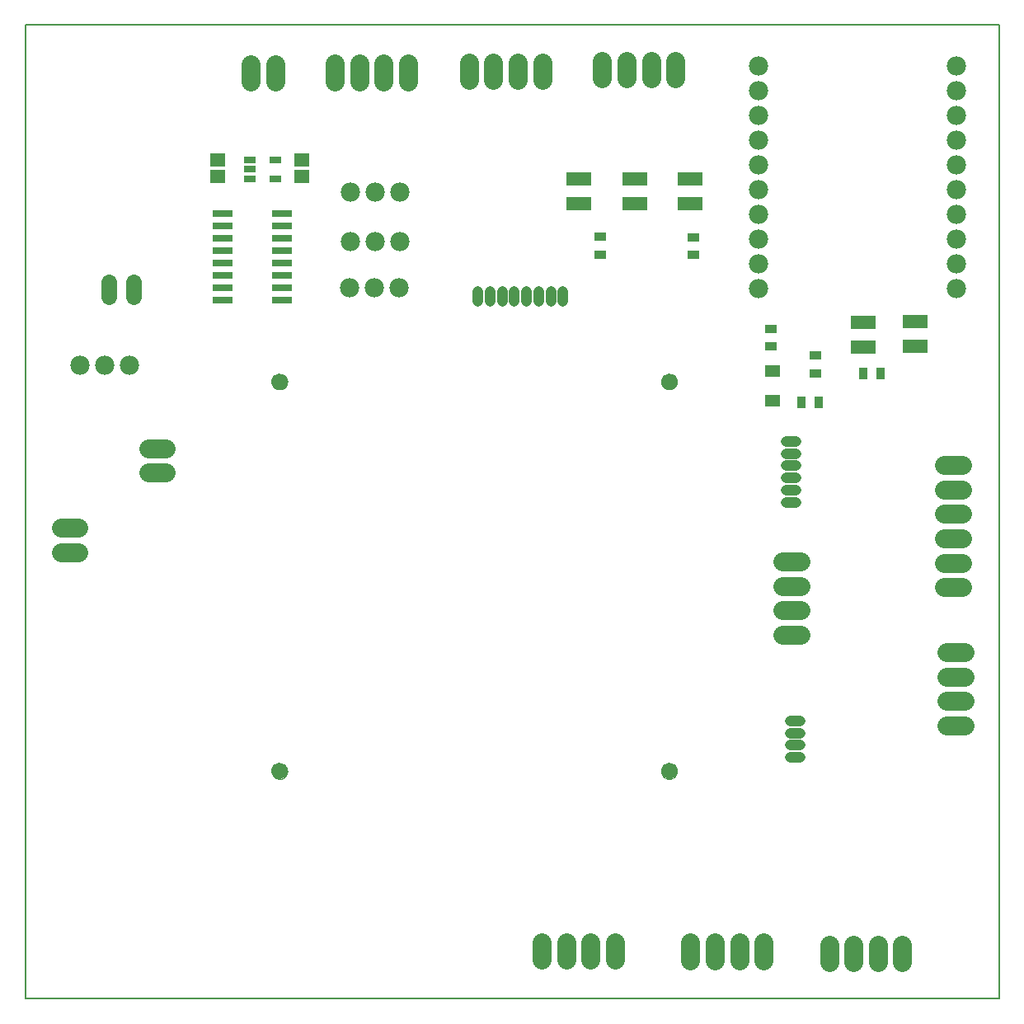
<source format=gts>
G75*
%MOIN*%
%OFA0B0*%
%FSLAX25Y25*%
%IPPOS*%
%LPD*%
%AMOC8*
5,1,8,0,0,1.08239X$1,22.5*
%
%ADD10C,0.00800*%
%ADD11C,0.00000*%
%ADD12C,0.06699*%
%ADD13R,0.06306X0.05518*%
%ADD14C,0.07605*%
%ADD15C,0.06400*%
%ADD16C,0.04369*%
%ADD17C,0.07800*%
%ADD18R,0.05912X0.05124*%
%ADD19R,0.10400X0.05400*%
%ADD20R,0.05124X0.02565*%
%ADD21R,0.08400X0.03000*%
%ADD22R,0.05124X0.03550*%
%ADD23R,0.03550X0.05124*%
D10*
X0075655Y0047033D02*
X0469356Y0047033D01*
X0469356Y0440734D01*
X0075655Y0440734D01*
X0075655Y0047033D01*
D11*
X0175261Y0138962D02*
X0175263Y0139074D01*
X0175269Y0139185D01*
X0175279Y0139297D01*
X0175293Y0139408D01*
X0175310Y0139518D01*
X0175332Y0139628D01*
X0175358Y0139737D01*
X0175387Y0139845D01*
X0175420Y0139951D01*
X0175457Y0140057D01*
X0175498Y0140161D01*
X0175543Y0140264D01*
X0175591Y0140365D01*
X0175642Y0140464D01*
X0175697Y0140561D01*
X0175756Y0140656D01*
X0175817Y0140750D01*
X0175882Y0140841D01*
X0175951Y0140929D01*
X0176022Y0141015D01*
X0176096Y0141099D01*
X0176174Y0141179D01*
X0176254Y0141257D01*
X0176337Y0141333D01*
X0176422Y0141405D01*
X0176510Y0141474D01*
X0176600Y0141540D01*
X0176693Y0141602D01*
X0176788Y0141662D01*
X0176885Y0141718D01*
X0176983Y0141770D01*
X0177084Y0141819D01*
X0177186Y0141864D01*
X0177290Y0141906D01*
X0177395Y0141944D01*
X0177502Y0141978D01*
X0177609Y0142008D01*
X0177718Y0142035D01*
X0177827Y0142057D01*
X0177938Y0142076D01*
X0178048Y0142091D01*
X0178160Y0142102D01*
X0178271Y0142109D01*
X0178383Y0142112D01*
X0178495Y0142111D01*
X0178607Y0142106D01*
X0178718Y0142097D01*
X0178829Y0142084D01*
X0178940Y0142067D01*
X0179050Y0142047D01*
X0179159Y0142022D01*
X0179267Y0141994D01*
X0179374Y0141961D01*
X0179480Y0141925D01*
X0179584Y0141885D01*
X0179687Y0141842D01*
X0179789Y0141795D01*
X0179888Y0141744D01*
X0179986Y0141690D01*
X0180082Y0141632D01*
X0180176Y0141571D01*
X0180267Y0141507D01*
X0180356Y0141440D01*
X0180443Y0141369D01*
X0180527Y0141295D01*
X0180609Y0141219D01*
X0180687Y0141139D01*
X0180763Y0141057D01*
X0180836Y0140972D01*
X0180906Y0140885D01*
X0180972Y0140795D01*
X0181036Y0140703D01*
X0181096Y0140609D01*
X0181153Y0140513D01*
X0181206Y0140414D01*
X0181256Y0140314D01*
X0181302Y0140213D01*
X0181345Y0140109D01*
X0181384Y0140004D01*
X0181419Y0139898D01*
X0181450Y0139791D01*
X0181478Y0139682D01*
X0181501Y0139573D01*
X0181521Y0139463D01*
X0181537Y0139352D01*
X0181549Y0139241D01*
X0181557Y0139130D01*
X0181561Y0139018D01*
X0181561Y0138906D01*
X0181557Y0138794D01*
X0181549Y0138683D01*
X0181537Y0138572D01*
X0181521Y0138461D01*
X0181501Y0138351D01*
X0181478Y0138242D01*
X0181450Y0138133D01*
X0181419Y0138026D01*
X0181384Y0137920D01*
X0181345Y0137815D01*
X0181302Y0137711D01*
X0181256Y0137610D01*
X0181206Y0137510D01*
X0181153Y0137411D01*
X0181096Y0137315D01*
X0181036Y0137221D01*
X0180972Y0137129D01*
X0180906Y0137039D01*
X0180836Y0136952D01*
X0180763Y0136867D01*
X0180687Y0136785D01*
X0180609Y0136705D01*
X0180527Y0136629D01*
X0180443Y0136555D01*
X0180356Y0136484D01*
X0180267Y0136417D01*
X0180176Y0136353D01*
X0180082Y0136292D01*
X0179986Y0136234D01*
X0179888Y0136180D01*
X0179789Y0136129D01*
X0179687Y0136082D01*
X0179584Y0136039D01*
X0179480Y0135999D01*
X0179374Y0135963D01*
X0179267Y0135930D01*
X0179159Y0135902D01*
X0179050Y0135877D01*
X0178940Y0135857D01*
X0178829Y0135840D01*
X0178718Y0135827D01*
X0178607Y0135818D01*
X0178495Y0135813D01*
X0178383Y0135812D01*
X0178271Y0135815D01*
X0178160Y0135822D01*
X0178048Y0135833D01*
X0177938Y0135848D01*
X0177827Y0135867D01*
X0177718Y0135889D01*
X0177609Y0135916D01*
X0177502Y0135946D01*
X0177395Y0135980D01*
X0177290Y0136018D01*
X0177186Y0136060D01*
X0177084Y0136105D01*
X0176983Y0136154D01*
X0176885Y0136206D01*
X0176788Y0136262D01*
X0176693Y0136322D01*
X0176600Y0136384D01*
X0176510Y0136450D01*
X0176422Y0136519D01*
X0176337Y0136591D01*
X0176254Y0136667D01*
X0176174Y0136745D01*
X0176096Y0136825D01*
X0176022Y0136909D01*
X0175951Y0136995D01*
X0175882Y0137083D01*
X0175817Y0137174D01*
X0175756Y0137268D01*
X0175697Y0137363D01*
X0175642Y0137460D01*
X0175591Y0137559D01*
X0175543Y0137660D01*
X0175498Y0137763D01*
X0175457Y0137867D01*
X0175420Y0137973D01*
X0175387Y0138079D01*
X0175358Y0138187D01*
X0175332Y0138296D01*
X0175310Y0138406D01*
X0175293Y0138516D01*
X0175279Y0138627D01*
X0175269Y0138739D01*
X0175263Y0138850D01*
X0175261Y0138962D01*
X0332741Y0138962D02*
X0332743Y0139074D01*
X0332749Y0139185D01*
X0332759Y0139297D01*
X0332773Y0139408D01*
X0332790Y0139518D01*
X0332812Y0139628D01*
X0332838Y0139737D01*
X0332867Y0139845D01*
X0332900Y0139951D01*
X0332937Y0140057D01*
X0332978Y0140161D01*
X0333023Y0140264D01*
X0333071Y0140365D01*
X0333122Y0140464D01*
X0333177Y0140561D01*
X0333236Y0140656D01*
X0333297Y0140750D01*
X0333362Y0140841D01*
X0333431Y0140929D01*
X0333502Y0141015D01*
X0333576Y0141099D01*
X0333654Y0141179D01*
X0333734Y0141257D01*
X0333817Y0141333D01*
X0333902Y0141405D01*
X0333990Y0141474D01*
X0334080Y0141540D01*
X0334173Y0141602D01*
X0334268Y0141662D01*
X0334365Y0141718D01*
X0334463Y0141770D01*
X0334564Y0141819D01*
X0334666Y0141864D01*
X0334770Y0141906D01*
X0334875Y0141944D01*
X0334982Y0141978D01*
X0335089Y0142008D01*
X0335198Y0142035D01*
X0335307Y0142057D01*
X0335418Y0142076D01*
X0335528Y0142091D01*
X0335640Y0142102D01*
X0335751Y0142109D01*
X0335863Y0142112D01*
X0335975Y0142111D01*
X0336087Y0142106D01*
X0336198Y0142097D01*
X0336309Y0142084D01*
X0336420Y0142067D01*
X0336530Y0142047D01*
X0336639Y0142022D01*
X0336747Y0141994D01*
X0336854Y0141961D01*
X0336960Y0141925D01*
X0337064Y0141885D01*
X0337167Y0141842D01*
X0337269Y0141795D01*
X0337368Y0141744D01*
X0337466Y0141690D01*
X0337562Y0141632D01*
X0337656Y0141571D01*
X0337747Y0141507D01*
X0337836Y0141440D01*
X0337923Y0141369D01*
X0338007Y0141295D01*
X0338089Y0141219D01*
X0338167Y0141139D01*
X0338243Y0141057D01*
X0338316Y0140972D01*
X0338386Y0140885D01*
X0338452Y0140795D01*
X0338516Y0140703D01*
X0338576Y0140609D01*
X0338633Y0140513D01*
X0338686Y0140414D01*
X0338736Y0140314D01*
X0338782Y0140213D01*
X0338825Y0140109D01*
X0338864Y0140004D01*
X0338899Y0139898D01*
X0338930Y0139791D01*
X0338958Y0139682D01*
X0338981Y0139573D01*
X0339001Y0139463D01*
X0339017Y0139352D01*
X0339029Y0139241D01*
X0339037Y0139130D01*
X0339041Y0139018D01*
X0339041Y0138906D01*
X0339037Y0138794D01*
X0339029Y0138683D01*
X0339017Y0138572D01*
X0339001Y0138461D01*
X0338981Y0138351D01*
X0338958Y0138242D01*
X0338930Y0138133D01*
X0338899Y0138026D01*
X0338864Y0137920D01*
X0338825Y0137815D01*
X0338782Y0137711D01*
X0338736Y0137610D01*
X0338686Y0137510D01*
X0338633Y0137411D01*
X0338576Y0137315D01*
X0338516Y0137221D01*
X0338452Y0137129D01*
X0338386Y0137039D01*
X0338316Y0136952D01*
X0338243Y0136867D01*
X0338167Y0136785D01*
X0338089Y0136705D01*
X0338007Y0136629D01*
X0337923Y0136555D01*
X0337836Y0136484D01*
X0337747Y0136417D01*
X0337656Y0136353D01*
X0337562Y0136292D01*
X0337466Y0136234D01*
X0337368Y0136180D01*
X0337269Y0136129D01*
X0337167Y0136082D01*
X0337064Y0136039D01*
X0336960Y0135999D01*
X0336854Y0135963D01*
X0336747Y0135930D01*
X0336639Y0135902D01*
X0336530Y0135877D01*
X0336420Y0135857D01*
X0336309Y0135840D01*
X0336198Y0135827D01*
X0336087Y0135818D01*
X0335975Y0135813D01*
X0335863Y0135812D01*
X0335751Y0135815D01*
X0335640Y0135822D01*
X0335528Y0135833D01*
X0335418Y0135848D01*
X0335307Y0135867D01*
X0335198Y0135889D01*
X0335089Y0135916D01*
X0334982Y0135946D01*
X0334875Y0135980D01*
X0334770Y0136018D01*
X0334666Y0136060D01*
X0334564Y0136105D01*
X0334463Y0136154D01*
X0334365Y0136206D01*
X0334268Y0136262D01*
X0334173Y0136322D01*
X0334080Y0136384D01*
X0333990Y0136450D01*
X0333902Y0136519D01*
X0333817Y0136591D01*
X0333734Y0136667D01*
X0333654Y0136745D01*
X0333576Y0136825D01*
X0333502Y0136909D01*
X0333431Y0136995D01*
X0333362Y0137083D01*
X0333297Y0137174D01*
X0333236Y0137268D01*
X0333177Y0137363D01*
X0333122Y0137460D01*
X0333071Y0137559D01*
X0333023Y0137660D01*
X0332978Y0137763D01*
X0332937Y0137867D01*
X0332900Y0137973D01*
X0332867Y0138079D01*
X0332838Y0138187D01*
X0332812Y0138296D01*
X0332790Y0138406D01*
X0332773Y0138516D01*
X0332759Y0138627D01*
X0332749Y0138739D01*
X0332743Y0138850D01*
X0332741Y0138962D01*
X0332741Y0296443D02*
X0332743Y0296555D01*
X0332749Y0296666D01*
X0332759Y0296778D01*
X0332773Y0296889D01*
X0332790Y0296999D01*
X0332812Y0297109D01*
X0332838Y0297218D01*
X0332867Y0297326D01*
X0332900Y0297432D01*
X0332937Y0297538D01*
X0332978Y0297642D01*
X0333023Y0297745D01*
X0333071Y0297846D01*
X0333122Y0297945D01*
X0333177Y0298042D01*
X0333236Y0298137D01*
X0333297Y0298231D01*
X0333362Y0298322D01*
X0333431Y0298410D01*
X0333502Y0298496D01*
X0333576Y0298580D01*
X0333654Y0298660D01*
X0333734Y0298738D01*
X0333817Y0298814D01*
X0333902Y0298886D01*
X0333990Y0298955D01*
X0334080Y0299021D01*
X0334173Y0299083D01*
X0334268Y0299143D01*
X0334365Y0299199D01*
X0334463Y0299251D01*
X0334564Y0299300D01*
X0334666Y0299345D01*
X0334770Y0299387D01*
X0334875Y0299425D01*
X0334982Y0299459D01*
X0335089Y0299489D01*
X0335198Y0299516D01*
X0335307Y0299538D01*
X0335418Y0299557D01*
X0335528Y0299572D01*
X0335640Y0299583D01*
X0335751Y0299590D01*
X0335863Y0299593D01*
X0335975Y0299592D01*
X0336087Y0299587D01*
X0336198Y0299578D01*
X0336309Y0299565D01*
X0336420Y0299548D01*
X0336530Y0299528D01*
X0336639Y0299503D01*
X0336747Y0299475D01*
X0336854Y0299442D01*
X0336960Y0299406D01*
X0337064Y0299366D01*
X0337167Y0299323D01*
X0337269Y0299276D01*
X0337368Y0299225D01*
X0337466Y0299171D01*
X0337562Y0299113D01*
X0337656Y0299052D01*
X0337747Y0298988D01*
X0337836Y0298921D01*
X0337923Y0298850D01*
X0338007Y0298776D01*
X0338089Y0298700D01*
X0338167Y0298620D01*
X0338243Y0298538D01*
X0338316Y0298453D01*
X0338386Y0298366D01*
X0338452Y0298276D01*
X0338516Y0298184D01*
X0338576Y0298090D01*
X0338633Y0297994D01*
X0338686Y0297895D01*
X0338736Y0297795D01*
X0338782Y0297694D01*
X0338825Y0297590D01*
X0338864Y0297485D01*
X0338899Y0297379D01*
X0338930Y0297272D01*
X0338958Y0297163D01*
X0338981Y0297054D01*
X0339001Y0296944D01*
X0339017Y0296833D01*
X0339029Y0296722D01*
X0339037Y0296611D01*
X0339041Y0296499D01*
X0339041Y0296387D01*
X0339037Y0296275D01*
X0339029Y0296164D01*
X0339017Y0296053D01*
X0339001Y0295942D01*
X0338981Y0295832D01*
X0338958Y0295723D01*
X0338930Y0295614D01*
X0338899Y0295507D01*
X0338864Y0295401D01*
X0338825Y0295296D01*
X0338782Y0295192D01*
X0338736Y0295091D01*
X0338686Y0294991D01*
X0338633Y0294892D01*
X0338576Y0294796D01*
X0338516Y0294702D01*
X0338452Y0294610D01*
X0338386Y0294520D01*
X0338316Y0294433D01*
X0338243Y0294348D01*
X0338167Y0294266D01*
X0338089Y0294186D01*
X0338007Y0294110D01*
X0337923Y0294036D01*
X0337836Y0293965D01*
X0337747Y0293898D01*
X0337656Y0293834D01*
X0337562Y0293773D01*
X0337466Y0293715D01*
X0337368Y0293661D01*
X0337269Y0293610D01*
X0337167Y0293563D01*
X0337064Y0293520D01*
X0336960Y0293480D01*
X0336854Y0293444D01*
X0336747Y0293411D01*
X0336639Y0293383D01*
X0336530Y0293358D01*
X0336420Y0293338D01*
X0336309Y0293321D01*
X0336198Y0293308D01*
X0336087Y0293299D01*
X0335975Y0293294D01*
X0335863Y0293293D01*
X0335751Y0293296D01*
X0335640Y0293303D01*
X0335528Y0293314D01*
X0335418Y0293329D01*
X0335307Y0293348D01*
X0335198Y0293370D01*
X0335089Y0293397D01*
X0334982Y0293427D01*
X0334875Y0293461D01*
X0334770Y0293499D01*
X0334666Y0293541D01*
X0334564Y0293586D01*
X0334463Y0293635D01*
X0334365Y0293687D01*
X0334268Y0293743D01*
X0334173Y0293803D01*
X0334080Y0293865D01*
X0333990Y0293931D01*
X0333902Y0294000D01*
X0333817Y0294072D01*
X0333734Y0294148D01*
X0333654Y0294226D01*
X0333576Y0294306D01*
X0333502Y0294390D01*
X0333431Y0294476D01*
X0333362Y0294564D01*
X0333297Y0294655D01*
X0333236Y0294749D01*
X0333177Y0294844D01*
X0333122Y0294941D01*
X0333071Y0295040D01*
X0333023Y0295141D01*
X0332978Y0295244D01*
X0332937Y0295348D01*
X0332900Y0295454D01*
X0332867Y0295560D01*
X0332838Y0295668D01*
X0332812Y0295777D01*
X0332790Y0295887D01*
X0332773Y0295997D01*
X0332759Y0296108D01*
X0332749Y0296220D01*
X0332743Y0296331D01*
X0332741Y0296443D01*
X0175261Y0296443D02*
X0175263Y0296555D01*
X0175269Y0296666D01*
X0175279Y0296778D01*
X0175293Y0296889D01*
X0175310Y0296999D01*
X0175332Y0297109D01*
X0175358Y0297218D01*
X0175387Y0297326D01*
X0175420Y0297432D01*
X0175457Y0297538D01*
X0175498Y0297642D01*
X0175543Y0297745D01*
X0175591Y0297846D01*
X0175642Y0297945D01*
X0175697Y0298042D01*
X0175756Y0298137D01*
X0175817Y0298231D01*
X0175882Y0298322D01*
X0175951Y0298410D01*
X0176022Y0298496D01*
X0176096Y0298580D01*
X0176174Y0298660D01*
X0176254Y0298738D01*
X0176337Y0298814D01*
X0176422Y0298886D01*
X0176510Y0298955D01*
X0176600Y0299021D01*
X0176693Y0299083D01*
X0176788Y0299143D01*
X0176885Y0299199D01*
X0176983Y0299251D01*
X0177084Y0299300D01*
X0177186Y0299345D01*
X0177290Y0299387D01*
X0177395Y0299425D01*
X0177502Y0299459D01*
X0177609Y0299489D01*
X0177718Y0299516D01*
X0177827Y0299538D01*
X0177938Y0299557D01*
X0178048Y0299572D01*
X0178160Y0299583D01*
X0178271Y0299590D01*
X0178383Y0299593D01*
X0178495Y0299592D01*
X0178607Y0299587D01*
X0178718Y0299578D01*
X0178829Y0299565D01*
X0178940Y0299548D01*
X0179050Y0299528D01*
X0179159Y0299503D01*
X0179267Y0299475D01*
X0179374Y0299442D01*
X0179480Y0299406D01*
X0179584Y0299366D01*
X0179687Y0299323D01*
X0179789Y0299276D01*
X0179888Y0299225D01*
X0179986Y0299171D01*
X0180082Y0299113D01*
X0180176Y0299052D01*
X0180267Y0298988D01*
X0180356Y0298921D01*
X0180443Y0298850D01*
X0180527Y0298776D01*
X0180609Y0298700D01*
X0180687Y0298620D01*
X0180763Y0298538D01*
X0180836Y0298453D01*
X0180906Y0298366D01*
X0180972Y0298276D01*
X0181036Y0298184D01*
X0181096Y0298090D01*
X0181153Y0297994D01*
X0181206Y0297895D01*
X0181256Y0297795D01*
X0181302Y0297694D01*
X0181345Y0297590D01*
X0181384Y0297485D01*
X0181419Y0297379D01*
X0181450Y0297272D01*
X0181478Y0297163D01*
X0181501Y0297054D01*
X0181521Y0296944D01*
X0181537Y0296833D01*
X0181549Y0296722D01*
X0181557Y0296611D01*
X0181561Y0296499D01*
X0181561Y0296387D01*
X0181557Y0296275D01*
X0181549Y0296164D01*
X0181537Y0296053D01*
X0181521Y0295942D01*
X0181501Y0295832D01*
X0181478Y0295723D01*
X0181450Y0295614D01*
X0181419Y0295507D01*
X0181384Y0295401D01*
X0181345Y0295296D01*
X0181302Y0295192D01*
X0181256Y0295091D01*
X0181206Y0294991D01*
X0181153Y0294892D01*
X0181096Y0294796D01*
X0181036Y0294702D01*
X0180972Y0294610D01*
X0180906Y0294520D01*
X0180836Y0294433D01*
X0180763Y0294348D01*
X0180687Y0294266D01*
X0180609Y0294186D01*
X0180527Y0294110D01*
X0180443Y0294036D01*
X0180356Y0293965D01*
X0180267Y0293898D01*
X0180176Y0293834D01*
X0180082Y0293773D01*
X0179986Y0293715D01*
X0179888Y0293661D01*
X0179789Y0293610D01*
X0179687Y0293563D01*
X0179584Y0293520D01*
X0179480Y0293480D01*
X0179374Y0293444D01*
X0179267Y0293411D01*
X0179159Y0293383D01*
X0179050Y0293358D01*
X0178940Y0293338D01*
X0178829Y0293321D01*
X0178718Y0293308D01*
X0178607Y0293299D01*
X0178495Y0293294D01*
X0178383Y0293293D01*
X0178271Y0293296D01*
X0178160Y0293303D01*
X0178048Y0293314D01*
X0177938Y0293329D01*
X0177827Y0293348D01*
X0177718Y0293370D01*
X0177609Y0293397D01*
X0177502Y0293427D01*
X0177395Y0293461D01*
X0177290Y0293499D01*
X0177186Y0293541D01*
X0177084Y0293586D01*
X0176983Y0293635D01*
X0176885Y0293687D01*
X0176788Y0293743D01*
X0176693Y0293803D01*
X0176600Y0293865D01*
X0176510Y0293931D01*
X0176422Y0294000D01*
X0176337Y0294072D01*
X0176254Y0294148D01*
X0176174Y0294226D01*
X0176096Y0294306D01*
X0176022Y0294390D01*
X0175951Y0294476D01*
X0175882Y0294564D01*
X0175817Y0294655D01*
X0175756Y0294749D01*
X0175697Y0294844D01*
X0175642Y0294941D01*
X0175591Y0295040D01*
X0175543Y0295141D01*
X0175498Y0295244D01*
X0175457Y0295348D01*
X0175420Y0295454D01*
X0175387Y0295560D01*
X0175358Y0295668D01*
X0175332Y0295777D01*
X0175310Y0295887D01*
X0175293Y0295997D01*
X0175279Y0296108D01*
X0175269Y0296220D01*
X0175263Y0296331D01*
X0175261Y0296443D01*
D12*
X0178411Y0296443D03*
X0335891Y0296443D03*
X0335891Y0138962D03*
X0178411Y0138962D03*
D13*
X0187348Y0379277D03*
X0187348Y0385970D03*
X0153332Y0385970D03*
X0153332Y0379277D03*
D14*
X0166876Y0417683D02*
X0166876Y0424887D01*
X0176718Y0424887D02*
X0176718Y0417683D01*
X0200813Y0417860D02*
X0200813Y0425065D01*
X0210655Y0425065D02*
X0210655Y0417860D01*
X0220498Y0417860D02*
X0220498Y0425065D01*
X0230340Y0425065D02*
X0230340Y0417860D01*
X0255045Y0418372D02*
X0255045Y0425576D01*
X0264887Y0425576D02*
X0264887Y0418372D01*
X0274730Y0418372D02*
X0274730Y0425576D01*
X0284572Y0425576D02*
X0284572Y0418372D01*
X0308883Y0419002D02*
X0308883Y0426206D01*
X0318726Y0426206D02*
X0318726Y0419002D01*
X0328569Y0419002D02*
X0328569Y0426206D01*
X0338411Y0426206D02*
X0338411Y0419002D01*
X0447210Y0262624D02*
X0454415Y0262624D01*
X0454415Y0252781D02*
X0447210Y0252781D01*
X0447210Y0242939D02*
X0454415Y0242939D01*
X0454415Y0233096D02*
X0447210Y0233096D01*
X0447210Y0223254D02*
X0454415Y0223254D01*
X0454415Y0213411D02*
X0447210Y0213411D01*
X0448037Y0187072D02*
X0455242Y0187072D01*
X0455242Y0177230D02*
X0448037Y0177230D01*
X0448037Y0167387D02*
X0455242Y0167387D01*
X0455242Y0157545D02*
X0448037Y0157545D01*
X0388903Y0194159D02*
X0381698Y0194159D01*
X0381698Y0204002D02*
X0388903Y0204002D01*
X0388903Y0213844D02*
X0381698Y0213844D01*
X0381698Y0223687D02*
X0388903Y0223687D01*
X0374080Y0069769D02*
X0374080Y0062565D01*
X0364238Y0062565D02*
X0364238Y0069769D01*
X0354395Y0069769D02*
X0354395Y0062565D01*
X0344553Y0062565D02*
X0344553Y0069769D01*
X0313962Y0069887D02*
X0313962Y0062683D01*
X0304120Y0062683D02*
X0304120Y0069887D01*
X0294277Y0069887D02*
X0294277Y0062683D01*
X0284435Y0062683D02*
X0284435Y0069887D01*
X0400616Y0068903D02*
X0400616Y0061698D01*
X0410458Y0061698D02*
X0410458Y0068903D01*
X0420301Y0068903D02*
X0420301Y0061698D01*
X0430143Y0061698D02*
X0430143Y0068903D01*
X0132525Y0259631D02*
X0125320Y0259631D01*
X0125320Y0269474D02*
X0132525Y0269474D01*
X0097210Y0237387D02*
X0090006Y0237387D01*
X0090006Y0227545D02*
X0097210Y0227545D01*
D15*
X0109494Y0330628D02*
X0109494Y0336628D01*
X0119494Y0336628D02*
X0119494Y0330628D01*
D16*
X0258391Y0329222D02*
X0258391Y0333191D01*
X0263313Y0333191D02*
X0263313Y0329222D01*
X0268234Y0329222D02*
X0268234Y0333191D01*
X0273155Y0333191D02*
X0273155Y0329222D01*
X0278076Y0329222D02*
X0278076Y0333191D01*
X0282998Y0333191D02*
X0282998Y0329222D01*
X0287919Y0329222D02*
X0287919Y0333191D01*
X0292840Y0333191D02*
X0292840Y0329222D01*
X0383041Y0272486D02*
X0387009Y0272486D01*
X0387009Y0267565D02*
X0383041Y0267565D01*
X0383041Y0262643D02*
X0387009Y0262643D01*
X0387009Y0257722D02*
X0383041Y0257722D01*
X0383041Y0252801D02*
X0387009Y0252801D01*
X0387009Y0247880D02*
X0383041Y0247880D01*
X0384616Y0159474D02*
X0388584Y0159474D01*
X0388584Y0154553D02*
X0384616Y0154553D01*
X0384616Y0149631D02*
X0388584Y0149631D01*
X0388584Y0144710D02*
X0384616Y0144710D01*
D17*
X0372072Y0334120D03*
X0372072Y0344120D03*
X0372072Y0354120D03*
X0372072Y0364120D03*
X0372072Y0374120D03*
X0372072Y0384120D03*
X0372072Y0394120D03*
X0372072Y0404120D03*
X0372072Y0414120D03*
X0372072Y0424120D03*
X0452072Y0424120D03*
X0452072Y0414120D03*
X0452072Y0404120D03*
X0452072Y0394120D03*
X0452072Y0384120D03*
X0452072Y0374120D03*
X0452072Y0364120D03*
X0452072Y0354120D03*
X0452072Y0344120D03*
X0452072Y0334120D03*
X0226876Y0334317D03*
X0216876Y0334317D03*
X0206876Y0334317D03*
X0206915Y0353096D03*
X0216915Y0353096D03*
X0226915Y0353096D03*
X0226915Y0373096D03*
X0216915Y0373096D03*
X0206915Y0373096D03*
X0117564Y0303067D03*
X0107564Y0303067D03*
X0097564Y0303067D03*
D18*
X0377584Y0300616D03*
X0377584Y0288805D03*
D19*
X0414435Y0310419D03*
X0414435Y0320419D03*
X0435419Y0320931D03*
X0435419Y0310931D03*
X0344474Y0368411D03*
X0344474Y0378411D03*
X0321954Y0378529D03*
X0321954Y0368529D03*
X0299317Y0368293D03*
X0299317Y0378293D03*
D20*
X0176777Y0378549D03*
X0176777Y0386029D03*
X0166541Y0386029D03*
X0166541Y0382289D03*
X0166541Y0378549D03*
D21*
X0155346Y0364336D03*
X0155346Y0359336D03*
X0155346Y0354336D03*
X0155346Y0349336D03*
X0155346Y0344336D03*
X0155346Y0339336D03*
X0155346Y0334336D03*
X0155346Y0329336D03*
X0179546Y0329336D03*
X0179546Y0334336D03*
X0179546Y0339336D03*
X0179546Y0344336D03*
X0179546Y0349336D03*
X0179546Y0354336D03*
X0179546Y0359336D03*
X0179546Y0364336D03*
D22*
X0308057Y0354966D03*
X0308057Y0347879D03*
X0345734Y0347840D03*
X0345734Y0354926D03*
X0377072Y0317860D03*
X0377072Y0310773D03*
X0395143Y0306954D03*
X0395143Y0299868D03*
D23*
X0396443Y0287939D03*
X0389356Y0287939D03*
X0414317Y0299828D03*
X0421403Y0299828D03*
M02*

</source>
